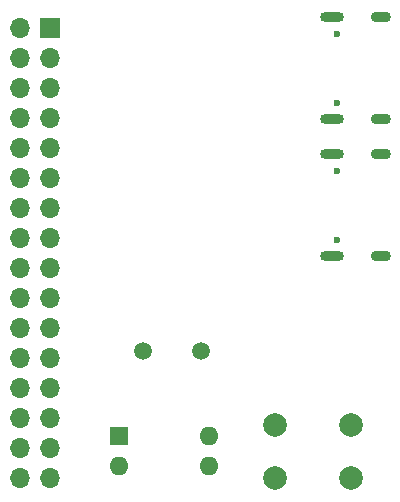
<source format=gbs>
G04 #@! TF.GenerationSoftware,KiCad,Pcbnew,5.1.8+dfsg1-1~bpo10+1*
G04 #@! TF.CreationDate,2020-11-15T21:14:17+08:00*
G04 #@! TF.ProjectId,stm32-io-extend,73746d33-322d-4696-9f2d-657874656e64,rev?*
G04 #@! TF.SameCoordinates,Original*
G04 #@! TF.FileFunction,Soldermask,Bot*
G04 #@! TF.FilePolarity,Negative*
%FSLAX46Y46*%
G04 Gerber Fmt 4.6, Leading zero omitted, Abs format (unit mm)*
G04 Created by KiCad (PCBNEW 5.1.8+dfsg1-1~bpo10+1) date 2020-11-15 21:14:17*
%MOMM*%
%LPD*%
G01*
G04 APERTURE LIST*
%ADD10O,2.000000X0.900000*%
%ADD11O,1.700000X0.900000*%
%ADD12C,0.600000*%
%ADD13R,1.700000X1.700000*%
%ADD14O,1.700000X1.700000*%
%ADD15R,1.600000X1.600000*%
%ADD16O,1.600000X1.600000*%
%ADD17C,2.000000*%
%ADD18C,1.500000*%
G04 APERTURE END LIST*
D10*
G04 #@! TO.C,J1*
X139270000Y-39920000D03*
X139270000Y-31280000D03*
D11*
X143440000Y-39920000D03*
X143440000Y-31280000D03*
D12*
X139750000Y-32710000D03*
X139750000Y-38490000D03*
G04 #@! TD*
G04 #@! TO.C,J2*
X139750000Y-50090000D03*
X139750000Y-44310000D03*
D11*
X143440000Y-42880000D03*
X143440000Y-51520000D03*
D10*
X139270000Y-42880000D03*
X139270000Y-51520000D03*
G04 #@! TD*
D13*
G04 #@! TO.C,J3*
X115400000Y-32150000D03*
D14*
X112860000Y-32150000D03*
X115400000Y-34690000D03*
X112860000Y-34690000D03*
X115400000Y-37230000D03*
X112860000Y-37230000D03*
X115400000Y-39770000D03*
X112860000Y-39770000D03*
X115400000Y-42310000D03*
X112860000Y-42310000D03*
X115400000Y-44850000D03*
X112860000Y-44850000D03*
X115400000Y-47390000D03*
X112860000Y-47390000D03*
X115400000Y-49930000D03*
X112860000Y-49930000D03*
X115400000Y-52470000D03*
X112860000Y-52470000D03*
X115400000Y-55010000D03*
X112860000Y-55010000D03*
X115400000Y-57550000D03*
X112860000Y-57550000D03*
X115400000Y-60090000D03*
X112860000Y-60090000D03*
X115400000Y-62630000D03*
X112860000Y-62630000D03*
X115400000Y-65170000D03*
X112860000Y-65170000D03*
X115400000Y-67710000D03*
X112860000Y-67710000D03*
X115400000Y-70250000D03*
X112860000Y-70250000D03*
G04 #@! TD*
D15*
G04 #@! TO.C,SW1*
X121300000Y-66750000D03*
D16*
X128920000Y-69290000D03*
X121300000Y-69290000D03*
X128920000Y-66750000D03*
G04 #@! TD*
D17*
G04 #@! TO.C,SW2*
X134450000Y-70300000D03*
X134450000Y-65800000D03*
X140950000Y-70300000D03*
X140950000Y-65800000D03*
G04 #@! TD*
D18*
G04 #@! TO.C,Y1*
X123330000Y-59560000D03*
X128210000Y-59560000D03*
G04 #@! TD*
M02*

</source>
